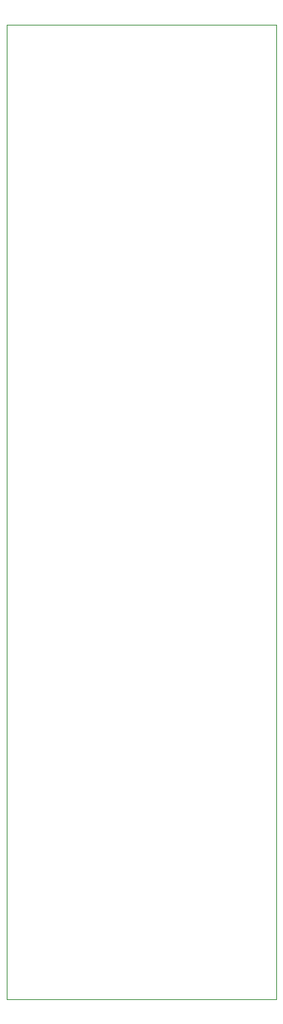
<source format=gbr>
%TF.GenerationSoftware,KiCad,Pcbnew,(6.0.9)*%
%TF.CreationDate,2022-12-28T20:00:02-08:00*%
%TF.ProjectId,kilter,6b696c74-6572-42e6-9b69-6361645f7063,rev?*%
%TF.SameCoordinates,Original*%
%TF.FileFunction,Profile,NP*%
%FSLAX46Y46*%
G04 Gerber Fmt 4.6, Leading zero omitted, Abs format (unit mm)*
G04 Created by KiCad (PCBNEW (6.0.9)) date 2022-12-28 20:00:02*
%MOMM*%
%LPD*%
G01*
G04 APERTURE LIST*
%TA.AperFunction,Profile*%
%ADD10C,0.050000*%
%TD*%
G04 APERTURE END LIST*
D10*
X30480000Y-9885000D02*
X30480000Y-119885000D01*
X0Y-119885000D02*
X30480000Y-119885000D01*
X0Y-9885000D02*
X0Y-119885000D01*
X0Y-9885000D02*
X30480000Y-9885000D01*
M02*

</source>
